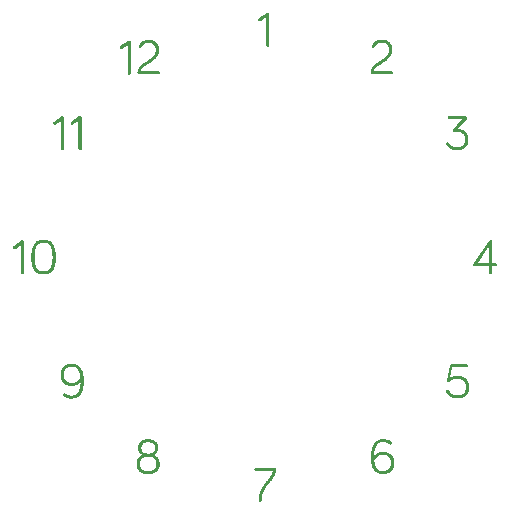
<source format=gbr>
%TF.GenerationSoftware,KiCad,Pcbnew,7.0.7*%
%TF.CreationDate,2024-03-29T21:44:02-04:00*%
%TF.ProjectId,midi-controller_control-faceplate_teensy,6d696469-2d63-46f6-9e74-726f6c6c6572,rev?*%
%TF.SameCoordinates,Original*%
%TF.FileFunction,Legend,Top*%
%TF.FilePolarity,Positive*%
%FSLAX46Y46*%
G04 Gerber Fmt 4.6, Leading zero omitted, Abs format (unit mm)*
G04 Created by KiCad (PCBNEW 7.0.7) date 2024-03-29 21:44:02*
%MOMM*%
%LPD*%
G01*
G04 APERTURE LIST*
%ADD10C,0.150000*%
G04 APERTURE END LIST*
D10*
G36*
X154052323Y-127737416D02*
G01*
X154001241Y-127738198D01*
X153952100Y-127740510D01*
X153904847Y-127744304D01*
X153859433Y-127749529D01*
X153815804Y-127756137D01*
X153773909Y-127764078D01*
X153733698Y-127773303D01*
X153695118Y-127783762D01*
X153658118Y-127795405D01*
X153622647Y-127808185D01*
X153588652Y-127822051D01*
X153556083Y-127836953D01*
X153524888Y-127852843D01*
X153495015Y-127869671D01*
X153466412Y-127887388D01*
X153439030Y-127905944D01*
X153606824Y-127033997D01*
X154791646Y-127033997D01*
X154823874Y-127029880D01*
X154853221Y-127018232D01*
X154878630Y-127000112D01*
X154899044Y-126976574D01*
X154913408Y-126948675D01*
X154920664Y-126917473D01*
X154921339Y-126904304D01*
X154917222Y-126871784D01*
X154905575Y-126842235D01*
X154887454Y-126816698D01*
X154863916Y-126796212D01*
X154836018Y-126781818D01*
X154804816Y-126774554D01*
X154791646Y-126773878D01*
X153514501Y-126773878D01*
X153483011Y-126777660D01*
X153455399Y-126788033D01*
X153427855Y-126807126D01*
X153406958Y-126831088D01*
X153393285Y-126857397D01*
X153388471Y-126874995D01*
X153145205Y-128119168D01*
X153138569Y-128149138D01*
X153136413Y-128173390D01*
X153140533Y-128205570D01*
X153152200Y-128234794D01*
X153170374Y-128260041D01*
X153194015Y-128280287D01*
X153222084Y-128294508D01*
X153253540Y-128301683D01*
X153266838Y-128302350D01*
X153296889Y-128299544D01*
X153325487Y-128290314D01*
X153351624Y-128274334D01*
X153375553Y-128252963D01*
X153380411Y-128248128D01*
X153415665Y-128215085D01*
X153450936Y-128184610D01*
X153486414Y-128156642D01*
X153522286Y-128131121D01*
X153558742Y-128107987D01*
X153595971Y-128087180D01*
X153634161Y-128068640D01*
X153673503Y-128052307D01*
X153714183Y-128038120D01*
X153756393Y-128026020D01*
X153800319Y-128015946D01*
X153846152Y-128007839D01*
X153894080Y-128001638D01*
X153944292Y-127997283D01*
X153996977Y-127994714D01*
X154052323Y-127993871D01*
X154090166Y-127994498D01*
X154127286Y-127996385D01*
X154163652Y-127999544D01*
X154199233Y-128003987D01*
X154233996Y-128009723D01*
X154267912Y-128016766D01*
X154300948Y-128025125D01*
X154333073Y-128034813D01*
X154364255Y-128045840D01*
X154394464Y-128058218D01*
X154423668Y-128071958D01*
X154451835Y-128087071D01*
X154478934Y-128103569D01*
X154504934Y-128121463D01*
X154529803Y-128140764D01*
X154553510Y-128161483D01*
X154576023Y-128183632D01*
X154597311Y-128207222D01*
X154617343Y-128232264D01*
X154636088Y-128258770D01*
X154653513Y-128286750D01*
X154669587Y-128316217D01*
X154684280Y-128347181D01*
X154697559Y-128379653D01*
X154709394Y-128413645D01*
X154719753Y-128449168D01*
X154728604Y-128486234D01*
X154735916Y-128524853D01*
X154741658Y-128565038D01*
X154745798Y-128606798D01*
X154748305Y-128650146D01*
X154749148Y-128695093D01*
X154748305Y-128741146D01*
X154745798Y-128785481D01*
X154741658Y-128828115D01*
X154735916Y-128869066D01*
X154728604Y-128908348D01*
X154719753Y-128945980D01*
X154709394Y-128981979D01*
X154697559Y-129016360D01*
X154684280Y-129049141D01*
X154669587Y-129080338D01*
X154653513Y-129109968D01*
X154636088Y-129138049D01*
X154617343Y-129164596D01*
X154597311Y-129189626D01*
X154576023Y-129213157D01*
X154553510Y-129235205D01*
X154529803Y-129255787D01*
X154504934Y-129274919D01*
X154478934Y-129292619D01*
X154451835Y-129308903D01*
X154423668Y-129323788D01*
X154394464Y-129337290D01*
X154364255Y-129349427D01*
X154333073Y-129360216D01*
X154300948Y-129369672D01*
X154267912Y-129377813D01*
X154233996Y-129384655D01*
X154199233Y-129390216D01*
X154163652Y-129394512D01*
X154127286Y-129397559D01*
X154090166Y-129399376D01*
X154052323Y-129399977D01*
X154020028Y-129399609D01*
X153988524Y-129398497D01*
X153957791Y-129396633D01*
X153927811Y-129394007D01*
X153898563Y-129390610D01*
X153842182Y-129381469D01*
X153788492Y-129369136D01*
X153737332Y-129353537D01*
X153688545Y-129334600D01*
X153641971Y-129312253D01*
X153597451Y-129286421D01*
X153554826Y-129257032D01*
X153513939Y-129224013D01*
X153474629Y-129187292D01*
X153436738Y-129146794D01*
X153400107Y-129102447D01*
X153382214Y-129078808D01*
X153364577Y-129054179D01*
X153347176Y-129028551D01*
X153329990Y-129001915D01*
X153313000Y-128974262D01*
X153294900Y-128947400D01*
X153272707Y-128924752D01*
X153246530Y-128909057D01*
X153216801Y-128901435D01*
X153195031Y-128900257D01*
X153162803Y-128904377D01*
X153133456Y-128916044D01*
X153108048Y-128934218D01*
X153087633Y-128957859D01*
X153073270Y-128985928D01*
X153066014Y-129017384D01*
X153065338Y-129030682D01*
X153069319Y-129060863D01*
X153079828Y-129088948D01*
X153082191Y-129093697D01*
X153098811Y-129126717D01*
X153116382Y-129158863D01*
X153134898Y-129190123D01*
X153154350Y-129220486D01*
X153174733Y-129249941D01*
X153196040Y-129278475D01*
X153218264Y-129306078D01*
X153241399Y-129332738D01*
X153265437Y-129358444D01*
X153290373Y-129383185D01*
X153316198Y-129406948D01*
X153342908Y-129429723D01*
X153370494Y-129451498D01*
X153398950Y-129472262D01*
X153428270Y-129492004D01*
X153458447Y-129510711D01*
X153489474Y-129528373D01*
X153521344Y-129544978D01*
X153554051Y-129560515D01*
X153587587Y-129574972D01*
X153621947Y-129588338D01*
X153657124Y-129600602D01*
X153693110Y-129611752D01*
X153729900Y-129621777D01*
X153767486Y-129630665D01*
X153805861Y-129638405D01*
X153845020Y-129644985D01*
X153884955Y-129650395D01*
X153925659Y-129654622D01*
X153967127Y-129657656D01*
X154009350Y-129659484D01*
X154052323Y-129660096D01*
X154105726Y-129659220D01*
X154158056Y-129656583D01*
X154209275Y-129652173D01*
X154259341Y-129645974D01*
X154308212Y-129637974D01*
X154355848Y-129628160D01*
X154402209Y-129616518D01*
X154447253Y-129603035D01*
X154490938Y-129587697D01*
X154533226Y-129570491D01*
X154574073Y-129551403D01*
X154613440Y-129530420D01*
X154651286Y-129507529D01*
X154687569Y-129482716D01*
X154722249Y-129455968D01*
X154755285Y-129427272D01*
X154786635Y-129396613D01*
X154816260Y-129363979D01*
X154844117Y-129329356D01*
X154870167Y-129292730D01*
X154894368Y-129254089D01*
X154916679Y-129213419D01*
X154937060Y-129170706D01*
X154955468Y-129125937D01*
X154971865Y-129079099D01*
X154986208Y-129030178D01*
X154998456Y-128979161D01*
X155008570Y-128926034D01*
X155016507Y-128870784D01*
X155022227Y-128813398D01*
X155025689Y-128753861D01*
X155026852Y-128692162D01*
X155025689Y-128631660D01*
X155022227Y-128573248D01*
X155016507Y-128516912D01*
X155008570Y-128462643D01*
X154998456Y-128410430D01*
X154986208Y-128360260D01*
X154971865Y-128312125D01*
X154955468Y-128266011D01*
X154937060Y-128221910D01*
X154916679Y-128179808D01*
X154894368Y-128139696D01*
X154870167Y-128101562D01*
X154844117Y-128065396D01*
X154816260Y-128031187D01*
X154786635Y-127998922D01*
X154755285Y-127968592D01*
X154722249Y-127940186D01*
X154687569Y-127913692D01*
X154651286Y-127889099D01*
X154613440Y-127866397D01*
X154574073Y-127845574D01*
X154533226Y-127826619D01*
X154490938Y-127809522D01*
X154447253Y-127794272D01*
X154402209Y-127780856D01*
X154355848Y-127769265D01*
X154308212Y-127759488D01*
X154259341Y-127751513D01*
X154209275Y-127745329D01*
X154158056Y-127740926D01*
X154105726Y-127738292D01*
X154052323Y-127737416D01*
G37*
G36*
X154018618Y-106848100D02*
G01*
X154804103Y-105966628D01*
X154821461Y-105941898D01*
X154832964Y-105914421D01*
X154837703Y-105884196D01*
X154837808Y-105878700D01*
X154833931Y-105846468D01*
X154822893Y-105817651D01*
X154805583Y-105793087D01*
X154782889Y-105773614D01*
X154755701Y-105760071D01*
X154724907Y-105753298D01*
X154711779Y-105752671D01*
X153342309Y-105752671D01*
X153310077Y-105756503D01*
X153281260Y-105767438D01*
X153256696Y-105784640D01*
X153237223Y-105807268D01*
X153223680Y-105834485D01*
X153216906Y-105865452D01*
X153216280Y-105878700D01*
X153220112Y-105910640D01*
X153231047Y-105939255D01*
X153248249Y-105963691D01*
X153270877Y-105983093D01*
X153298094Y-105996604D01*
X153329060Y-106003371D01*
X153342309Y-106003997D01*
X154426015Y-106003997D01*
X153652986Y-106886202D01*
X153635753Y-106910108D01*
X153623548Y-106939302D01*
X153619317Y-106970660D01*
X153619281Y-106974130D01*
X153623158Y-107006362D01*
X153634196Y-107035179D01*
X153651506Y-107059743D01*
X153674200Y-107079216D01*
X153701388Y-107092759D01*
X153732182Y-107099532D01*
X153745310Y-107100159D01*
X154039867Y-107100159D01*
X154083782Y-107100961D01*
X154125835Y-107103347D01*
X154166055Y-107107286D01*
X154204475Y-107112748D01*
X154241124Y-107119703D01*
X154276033Y-107128120D01*
X154309233Y-107137968D01*
X154340755Y-107149217D01*
X154370629Y-107161837D01*
X154398887Y-107175798D01*
X154425558Y-107191068D01*
X154450674Y-107207617D01*
X154474266Y-107225415D01*
X154516997Y-107264635D01*
X154553999Y-107308486D01*
X154585516Y-107356723D01*
X154611795Y-107409102D01*
X154623047Y-107436769D01*
X154633082Y-107465380D01*
X154641929Y-107494905D01*
X154649621Y-107525313D01*
X154656188Y-107556575D01*
X154661660Y-107588658D01*
X154666068Y-107621534D01*
X154669443Y-107655171D01*
X154671816Y-107689539D01*
X154673217Y-107724608D01*
X154673677Y-107760347D01*
X154673013Y-107796740D01*
X154671020Y-107832135D01*
X154667696Y-107866522D01*
X154663037Y-107899891D01*
X154657041Y-107932230D01*
X154649706Y-107963531D01*
X154641029Y-107993782D01*
X154631007Y-108022973D01*
X154619638Y-108051094D01*
X154606920Y-108078135D01*
X154592850Y-108104085D01*
X154560643Y-108152672D01*
X154522996Y-108196771D01*
X154479890Y-108236300D01*
X154456284Y-108254326D01*
X154431305Y-108271178D01*
X154404950Y-108286846D01*
X154377218Y-108301320D01*
X154348106Y-108314589D01*
X154317612Y-108326644D01*
X154285732Y-108337474D01*
X154252464Y-108347069D01*
X154217806Y-108355417D01*
X154181755Y-108362510D01*
X154144308Y-108368336D01*
X154105463Y-108372885D01*
X154065218Y-108376148D01*
X154023570Y-108378113D01*
X153980516Y-108378770D01*
X153949010Y-108378362D01*
X153918235Y-108377146D01*
X153888183Y-108375133D01*
X153858846Y-108372335D01*
X153802286Y-108364430D01*
X153748493Y-108353525D01*
X153697405Y-108339714D01*
X153648959Y-108323090D01*
X153603094Y-108303746D01*
X153559747Y-108281775D01*
X153518855Y-108257272D01*
X153480357Y-108230328D01*
X153444190Y-108201039D01*
X153410293Y-108169496D01*
X153378602Y-108135794D01*
X153349056Y-108100026D01*
X153321592Y-108062285D01*
X153296147Y-108022664D01*
X153276415Y-107997667D01*
X153251864Y-107977348D01*
X153222690Y-107963871D01*
X153193378Y-107958552D01*
X153182575Y-107958184D01*
X153150587Y-107962061D01*
X153121850Y-107973099D01*
X153097252Y-107990409D01*
X153077681Y-108013103D01*
X153064028Y-108040291D01*
X153057180Y-108071085D01*
X153056545Y-108084213D01*
X153059984Y-108114211D01*
X153070199Y-108141992D01*
X153077794Y-108156021D01*
X153093485Y-108181362D01*
X153109925Y-108206264D01*
X153127119Y-108230701D01*
X153145074Y-108254650D01*
X153163795Y-108278087D01*
X153183288Y-108300988D01*
X153203559Y-108323330D01*
X153224615Y-108345088D01*
X153246460Y-108366238D01*
X153269102Y-108386757D01*
X153292545Y-108406621D01*
X153316796Y-108425805D01*
X153341860Y-108444287D01*
X153367744Y-108462041D01*
X153394453Y-108479045D01*
X153421994Y-108495274D01*
X153450371Y-108510705D01*
X153479592Y-108525313D01*
X153509662Y-108539075D01*
X153540587Y-108551966D01*
X153572372Y-108563964D01*
X153605025Y-108575043D01*
X153638550Y-108585181D01*
X153672953Y-108594353D01*
X153708241Y-108602535D01*
X153744419Y-108609704D01*
X153781494Y-108615835D01*
X153819470Y-108620906D01*
X153858355Y-108624891D01*
X153898153Y-108627767D01*
X153938872Y-108629510D01*
X153980516Y-108630096D01*
X154039514Y-108629178D01*
X154096705Y-108626431D01*
X154152084Y-108621871D01*
X154205647Y-108615510D01*
X154257389Y-108607364D01*
X154307307Y-108597445D01*
X154355396Y-108585769D01*
X154401652Y-108572348D01*
X154446070Y-108557197D01*
X154488646Y-108540330D01*
X154529376Y-108521760D01*
X154568256Y-108501502D01*
X154605281Y-108479570D01*
X154640447Y-108455977D01*
X154673749Y-108430738D01*
X154705184Y-108403866D01*
X154734748Y-108375376D01*
X154762435Y-108345281D01*
X154788241Y-108313595D01*
X154812163Y-108280333D01*
X154834195Y-108245508D01*
X154854335Y-108209134D01*
X154872576Y-108171225D01*
X154888916Y-108131795D01*
X154903350Y-108090858D01*
X154915873Y-108048428D01*
X154926481Y-108004520D01*
X154935170Y-107959146D01*
X154941935Y-107912321D01*
X154946773Y-107864058D01*
X154949679Y-107814373D01*
X154950648Y-107763278D01*
X154950039Y-107718814D01*
X154948177Y-107674634D01*
X154945012Y-107630812D01*
X154940495Y-107587422D01*
X154934574Y-107544538D01*
X154927199Y-107502235D01*
X154918320Y-107460585D01*
X154907887Y-107419663D01*
X154895849Y-107379543D01*
X154882156Y-107340298D01*
X154866758Y-107302004D01*
X154849605Y-107264732D01*
X154830646Y-107228559D01*
X154809830Y-107193556D01*
X154787108Y-107159799D01*
X154762429Y-107127361D01*
X154735743Y-107096317D01*
X154706999Y-107066739D01*
X154676148Y-107038703D01*
X154643139Y-107012282D01*
X154607921Y-106987549D01*
X154570444Y-106964579D01*
X154530659Y-106943446D01*
X154488514Y-106924224D01*
X154443960Y-106906986D01*
X154396946Y-106891807D01*
X154347421Y-106878760D01*
X154295336Y-106867920D01*
X154240640Y-106859360D01*
X154183283Y-106853154D01*
X154123214Y-106849376D01*
X154060383Y-106848100D01*
X154018618Y-106848100D01*
G37*
G36*
X146781367Y-99822350D02*
G01*
X146773893Y-99851618D01*
X146772575Y-99868512D01*
X146776695Y-99900740D01*
X146788361Y-99930086D01*
X146806535Y-99955495D01*
X146830177Y-99975910D01*
X146858245Y-99990273D01*
X146889702Y-99997529D01*
X146903000Y-99998205D01*
X146932225Y-99995143D01*
X146962886Y-99983988D01*
X146989497Y-99964932D01*
X147008804Y-99942517D01*
X147024633Y-99914674D01*
X147043439Y-99875915D01*
X147063725Y-99838094D01*
X147085704Y-99801425D01*
X147109584Y-99766125D01*
X147135576Y-99732409D01*
X147163892Y-99700493D01*
X147194740Y-99670592D01*
X147228332Y-99642923D01*
X147264877Y-99617702D01*
X147304587Y-99595143D01*
X147347671Y-99575463D01*
X147394340Y-99558877D01*
X147444805Y-99545601D01*
X147499275Y-99535852D01*
X147557961Y-99529844D01*
X147588951Y-99528310D01*
X147621074Y-99527793D01*
X147657981Y-99528509D01*
X147693820Y-99530638D01*
X147728585Y-99534148D01*
X147762269Y-99539009D01*
X147794865Y-99545191D01*
X147826367Y-99552663D01*
X147856767Y-99561395D01*
X147886059Y-99571356D01*
X147914235Y-99582517D01*
X147941290Y-99594845D01*
X147992005Y-99622886D01*
X148038150Y-99655236D01*
X148079671Y-99691650D01*
X148116511Y-99731885D01*
X148148617Y-99775697D01*
X148175934Y-99822844D01*
X148198407Y-99873080D01*
X148215981Y-99926163D01*
X148228602Y-99981849D01*
X148236215Y-100039894D01*
X148238126Y-100069725D01*
X148238764Y-100100054D01*
X148234281Y-100183986D01*
X148221212Y-100263423D01*
X148200130Y-100338668D01*
X148171608Y-100410023D01*
X148136217Y-100477789D01*
X148094531Y-100542268D01*
X148047121Y-100603762D01*
X147994560Y-100662572D01*
X147937420Y-100719001D01*
X147876273Y-100773350D01*
X147811692Y-100825920D01*
X147744250Y-100877014D01*
X147674518Y-100926933D01*
X147603069Y-100975980D01*
X147530475Y-101024454D01*
X147457309Y-101072660D01*
X147384143Y-101120897D01*
X147311550Y-101169469D01*
X147240101Y-101218676D01*
X147170369Y-101268821D01*
X147102926Y-101320204D01*
X147038346Y-101373129D01*
X146977199Y-101427896D01*
X146920059Y-101484808D01*
X146867498Y-101544166D01*
X146820088Y-101606272D01*
X146778401Y-101671427D01*
X146743011Y-101739934D01*
X146714488Y-101812093D01*
X146693407Y-101888208D01*
X146680338Y-101968579D01*
X146675854Y-102053509D01*
X146680020Y-102085736D01*
X146691789Y-102115083D01*
X146710072Y-102140492D01*
X146733779Y-102160906D01*
X146761819Y-102175270D01*
X146793103Y-102182526D01*
X146806280Y-102183202D01*
X148427808Y-102183202D01*
X148460036Y-102179084D01*
X148489383Y-102167437D01*
X148514792Y-102149316D01*
X148535206Y-102125778D01*
X148549570Y-102097880D01*
X148556826Y-102066678D01*
X148557501Y-102053509D01*
X148553384Y-102020988D01*
X148541737Y-101991439D01*
X148523616Y-101965902D01*
X148500078Y-101945417D01*
X148472180Y-101931022D01*
X148440978Y-101923759D01*
X148427808Y-101923083D01*
X146961618Y-101923083D01*
X146966089Y-101876002D01*
X146979121Y-101829990D01*
X147000144Y-101784878D01*
X147028586Y-101740495D01*
X147063877Y-101696669D01*
X147105446Y-101653229D01*
X147152723Y-101610006D01*
X147205136Y-101566828D01*
X147262116Y-101523524D01*
X147323090Y-101479924D01*
X147387489Y-101435857D01*
X147454742Y-101391152D01*
X147524278Y-101345638D01*
X147595526Y-101299145D01*
X147667915Y-101251501D01*
X147740875Y-101202536D01*
X147813835Y-101152079D01*
X147886225Y-101099959D01*
X147957473Y-101046006D01*
X148027009Y-100990049D01*
X148094261Y-100931916D01*
X148158660Y-100871438D01*
X148219635Y-100808443D01*
X148276614Y-100742760D01*
X148329028Y-100674219D01*
X148376304Y-100602649D01*
X148417874Y-100527879D01*
X148453165Y-100449739D01*
X148481607Y-100368057D01*
X148502629Y-100282663D01*
X148515661Y-100193385D01*
X148520132Y-100100054D01*
X148519150Y-100054110D01*
X148516218Y-100009170D01*
X148511355Y-99965264D01*
X148504582Y-99922422D01*
X148495918Y-99880674D01*
X148485385Y-99840049D01*
X148473002Y-99800578D01*
X148458789Y-99762289D01*
X148442766Y-99725214D01*
X148424954Y-99689381D01*
X148405373Y-99654821D01*
X148384042Y-99621562D01*
X148360982Y-99589636D01*
X148336213Y-99559072D01*
X148309756Y-99529899D01*
X148281629Y-99502148D01*
X148251854Y-99475847D01*
X148220450Y-99451028D01*
X148187438Y-99427720D01*
X148152838Y-99405951D01*
X148116669Y-99385754D01*
X148078953Y-99367156D01*
X148039708Y-99350188D01*
X147998956Y-99334880D01*
X147956716Y-99321261D01*
X147913009Y-99309361D01*
X147867854Y-99299210D01*
X147821272Y-99290839D01*
X147773283Y-99284275D01*
X147723907Y-99279550D01*
X147673164Y-99276694D01*
X147621074Y-99275735D01*
X147580950Y-99276336D01*
X147541641Y-99278131D01*
X147503155Y-99281107D01*
X147465501Y-99285252D01*
X147428686Y-99290552D01*
X147392718Y-99296996D01*
X147357606Y-99304571D01*
X147323357Y-99313264D01*
X147289980Y-99323063D01*
X147257483Y-99333954D01*
X147225873Y-99345926D01*
X147195159Y-99358965D01*
X147165348Y-99373060D01*
X147136449Y-99388197D01*
X147108471Y-99404364D01*
X147081420Y-99421548D01*
X147055305Y-99439736D01*
X147030134Y-99458917D01*
X147005915Y-99479077D01*
X146982656Y-99500204D01*
X146960365Y-99522286D01*
X146939051Y-99545308D01*
X146918720Y-99569260D01*
X146899382Y-99594128D01*
X146881045Y-99619900D01*
X146863716Y-99646563D01*
X146847403Y-99674104D01*
X146832114Y-99702512D01*
X146817859Y-99731773D01*
X146804644Y-99761874D01*
X146792477Y-99792803D01*
X146781367Y-99824548D01*
X146781367Y-99822350D01*
G37*
G36*
X120459958Y-106131708D02*
G01*
X120459958Y-108510878D01*
X120464381Y-108545442D01*
X120476877Y-108576934D01*
X120496289Y-108604213D01*
X120521460Y-108626139D01*
X120551233Y-108641572D01*
X120584451Y-108649370D01*
X120598444Y-108650096D01*
X120633008Y-108645671D01*
X120664500Y-108633155D01*
X120691780Y-108613690D01*
X120713706Y-108588415D01*
X120729138Y-108558472D01*
X120736936Y-108524999D01*
X120737662Y-108510878D01*
X120737662Y-105882580D01*
X120733237Y-105847968D01*
X120720722Y-105816354D01*
X120701256Y-105788913D01*
X120675982Y-105766818D01*
X120646038Y-105751244D01*
X120612565Y-105743364D01*
X120598444Y-105742629D01*
X120566862Y-105746532D01*
X120538795Y-105757617D01*
X120514913Y-105772671D01*
X119855457Y-106232825D01*
X119833008Y-106252045D01*
X119815792Y-106275875D01*
X119802760Y-106306567D01*
X119797079Y-106338513D01*
X119796839Y-106346398D01*
X119801245Y-106379206D01*
X119813623Y-106409486D01*
X119832717Y-106435996D01*
X119857268Y-106457495D01*
X119886018Y-106472741D01*
X119917710Y-106480494D01*
X119930928Y-106481220D01*
X119962510Y-106477781D01*
X119991928Y-106467309D01*
X120010796Y-106456307D01*
X120459958Y-106131708D01*
G37*
G36*
X121934208Y-106131708D02*
G01*
X121934208Y-108510878D01*
X121938631Y-108545442D01*
X121951127Y-108576934D01*
X121970539Y-108604213D01*
X121995710Y-108626139D01*
X122025483Y-108641572D01*
X122058701Y-108649370D01*
X122072694Y-108650096D01*
X122107258Y-108645671D01*
X122138750Y-108633155D01*
X122166029Y-108613690D01*
X122187955Y-108588415D01*
X122203388Y-108558472D01*
X122211186Y-108524999D01*
X122211912Y-108510878D01*
X122211912Y-105882580D01*
X122207487Y-105847968D01*
X122194971Y-105816354D01*
X122175506Y-105788913D01*
X122150231Y-105766818D01*
X122120288Y-105751244D01*
X122086815Y-105743364D01*
X122072694Y-105742629D01*
X122041112Y-105746532D01*
X122013045Y-105757617D01*
X121989163Y-105772671D01*
X121329707Y-106232825D01*
X121307258Y-106252045D01*
X121290042Y-106275875D01*
X121277010Y-106306567D01*
X121271328Y-106338513D01*
X121271089Y-106346398D01*
X121275494Y-106379206D01*
X121287873Y-106409486D01*
X121306967Y-106435996D01*
X121331517Y-106457495D01*
X121360268Y-106472741D01*
X121391959Y-106480494D01*
X121405178Y-106481220D01*
X121436760Y-106477781D01*
X121466178Y-106467309D01*
X121485046Y-106456307D01*
X121934208Y-106131708D01*
G37*
G36*
X147786022Y-133096089D02*
G01*
X147816356Y-133097136D01*
X147846153Y-133098849D01*
X147904101Y-133104180D01*
X147959785Y-133111882D01*
X148013122Y-133121757D01*
X148064031Y-133133606D01*
X148112430Y-133147231D01*
X148158239Y-133162434D01*
X148201375Y-133179015D01*
X148241757Y-133196776D01*
X148279303Y-133215519D01*
X148313932Y-133235045D01*
X148345561Y-133255155D01*
X148374111Y-133275651D01*
X148399498Y-133296335D01*
X148431472Y-133327277D01*
X148441923Y-133338497D01*
X148459722Y-133365144D01*
X148470164Y-133393095D01*
X148473970Y-133424730D01*
X148473286Y-133438165D01*
X148465949Y-133469958D01*
X148451443Y-133498339D01*
X148430860Y-133522252D01*
X148405289Y-133540642D01*
X148375820Y-133552450D01*
X148343545Y-133556621D01*
X148340809Y-133556597D01*
X148311731Y-133552718D01*
X148282263Y-133540593D01*
X148255617Y-133522915D01*
X148230001Y-133504044D01*
X148203699Y-133485938D01*
X148176698Y-133468662D01*
X148148982Y-133452276D01*
X148120536Y-133436843D01*
X148091346Y-133422426D01*
X148061395Y-133409086D01*
X148030669Y-133396886D01*
X147999154Y-133385888D01*
X147966833Y-133376155D01*
X147933693Y-133367748D01*
X147899717Y-133360731D01*
X147864891Y-133355164D01*
X147829201Y-133351111D01*
X147792630Y-133348633D01*
X147755163Y-133347793D01*
X147700846Y-133349319D01*
X147648875Y-133353849D01*
X147599209Y-133361315D01*
X147551808Y-133371648D01*
X147506631Y-133384779D01*
X147463638Y-133400638D01*
X147422786Y-133419157D01*
X147384036Y-133440266D01*
X147347347Y-133463896D01*
X147312678Y-133489979D01*
X147279989Y-133518444D01*
X147249237Y-133549223D01*
X147220384Y-133582248D01*
X147193387Y-133617448D01*
X147168206Y-133654755D01*
X147144801Y-133694099D01*
X147123130Y-133735412D01*
X147103152Y-133778624D01*
X147084828Y-133823667D01*
X147068116Y-133870471D01*
X147052975Y-133918966D01*
X147039365Y-133969085D01*
X147027245Y-134020758D01*
X147016573Y-134073916D01*
X147007310Y-134128489D01*
X146999414Y-134184409D01*
X146992845Y-134241607D01*
X146987562Y-134300013D01*
X146983523Y-134359558D01*
X146980689Y-134420174D01*
X146979019Y-134481790D01*
X146978471Y-134544339D01*
X146989547Y-134528515D01*
X147014247Y-134496434D01*
X147042302Y-134464066D01*
X147073657Y-134431757D01*
X147108259Y-134399855D01*
X147146054Y-134368706D01*
X147186989Y-134338656D01*
X147231010Y-134310053D01*
X147278062Y-134283243D01*
X147328094Y-134258572D01*
X147381050Y-134236388D01*
X147408608Y-134226336D01*
X147436877Y-134217037D01*
X147465850Y-134208532D01*
X147495521Y-134200865D01*
X147525884Y-134194080D01*
X147556930Y-134188220D01*
X147588654Y-134183328D01*
X147621049Y-134179448D01*
X147654107Y-134176623D01*
X147687824Y-134174896D01*
X147722191Y-134174311D01*
X147773340Y-134175175D01*
X147823580Y-134177775D01*
X147872863Y-134182118D01*
X147921142Y-134188213D01*
X147968372Y-134196070D01*
X148014504Y-134205696D01*
X148059492Y-134217102D01*
X148103290Y-134230296D01*
X148145850Y-134245287D01*
X148187125Y-134262083D01*
X148227070Y-134280694D01*
X148265636Y-134301127D01*
X148302778Y-134323394D01*
X148338448Y-134347501D01*
X148372599Y-134373458D01*
X148405185Y-134401274D01*
X148436159Y-134430957D01*
X148465474Y-134462517D01*
X148493083Y-134495962D01*
X148518940Y-134531302D01*
X148542997Y-134568544D01*
X148565208Y-134607698D01*
X148585526Y-134648773D01*
X148603904Y-134691778D01*
X148620295Y-134736721D01*
X148634652Y-134783611D01*
X148646929Y-134832457D01*
X148657079Y-134883269D01*
X148665055Y-134936054D01*
X148670810Y-134990822D01*
X148674298Y-135047582D01*
X148675471Y-135106342D01*
X148674297Y-135168488D01*
X148670804Y-135228272D01*
X148665034Y-135285720D01*
X148657029Y-135340858D01*
X148646832Y-135393710D01*
X148634483Y-135444303D01*
X148620026Y-135492662D01*
X148603503Y-135538812D01*
X148584955Y-135582779D01*
X148564425Y-135624588D01*
X148541955Y-135664265D01*
X148517588Y-135701835D01*
X148491364Y-135737325D01*
X148463327Y-135770758D01*
X148433518Y-135802161D01*
X148401980Y-135831560D01*
X148368754Y-135858979D01*
X148333883Y-135884445D01*
X148297410Y-135907982D01*
X148259375Y-135929617D01*
X148219822Y-135949374D01*
X148178792Y-135967280D01*
X148136327Y-135983359D01*
X148092470Y-135997637D01*
X148047263Y-136010141D01*
X148000748Y-136020894D01*
X147952967Y-136029923D01*
X147903962Y-136037253D01*
X147853775Y-136042910D01*
X147802448Y-136046919D01*
X147750025Y-136049306D01*
X147696545Y-136050096D01*
X147631996Y-136048398D01*
X147569813Y-136043345D01*
X147509975Y-136035001D01*
X147452462Y-136023429D01*
X147397253Y-136008691D01*
X147344327Y-135990851D01*
X147293664Y-135969972D01*
X147245242Y-135946117D01*
X147199040Y-135919349D01*
X147155039Y-135889731D01*
X147113217Y-135857326D01*
X147073553Y-135822198D01*
X147036026Y-135784408D01*
X147000617Y-135744021D01*
X146967303Y-135701099D01*
X146936065Y-135655705D01*
X146906880Y-135607903D01*
X146879730Y-135557755D01*
X146854592Y-135505325D01*
X146831446Y-135450676D01*
X146810271Y-135393870D01*
X146791047Y-135334971D01*
X146773752Y-135274041D01*
X146758366Y-135211145D01*
X146744869Y-135146344D01*
X146733238Y-135079703D01*
X146723453Y-135011283D01*
X146715495Y-134941149D01*
X146710561Y-134883592D01*
X146999720Y-134883592D01*
X147000420Y-134932763D01*
X147002515Y-134981052D01*
X147006002Y-135028414D01*
X147010879Y-135074806D01*
X147017140Y-135120182D01*
X147024783Y-135164499D01*
X147033804Y-135207710D01*
X147044199Y-135249773D01*
X147055965Y-135290643D01*
X147069098Y-135330274D01*
X147083594Y-135368623D01*
X147099450Y-135405644D01*
X147116662Y-135441294D01*
X147135227Y-135475527D01*
X147155141Y-135508300D01*
X147176400Y-135539568D01*
X147199000Y-135569285D01*
X147222939Y-135597408D01*
X147248212Y-135623892D01*
X147274816Y-135648693D01*
X147302747Y-135671765D01*
X147332001Y-135693065D01*
X147362576Y-135712548D01*
X147394466Y-135730169D01*
X147427670Y-135745883D01*
X147462182Y-135759647D01*
X147498000Y-135771416D01*
X147535120Y-135781145D01*
X147573538Y-135788789D01*
X147613251Y-135794304D01*
X147654254Y-135797646D01*
X147696545Y-135798770D01*
X147734403Y-135798248D01*
X147771565Y-135796661D01*
X147808001Y-135793980D01*
X147843675Y-135790175D01*
X147878555Y-135785216D01*
X147912607Y-135779074D01*
X147945799Y-135771718D01*
X147978096Y-135763118D01*
X148009466Y-135753246D01*
X148039876Y-135742071D01*
X148069291Y-135729564D01*
X148097680Y-135715694D01*
X148125008Y-135700432D01*
X148151242Y-135683749D01*
X148176349Y-135665613D01*
X148200296Y-135645996D01*
X148223049Y-135624868D01*
X148244576Y-135602199D01*
X148264843Y-135577959D01*
X148283816Y-135552118D01*
X148301462Y-135524647D01*
X148317749Y-135495516D01*
X148332642Y-135464695D01*
X148346109Y-135432154D01*
X148358116Y-135397864D01*
X148368630Y-135361794D01*
X148377618Y-135323915D01*
X148385047Y-135284197D01*
X148390882Y-135242611D01*
X148395092Y-135199126D01*
X148397642Y-135153713D01*
X148398499Y-135106342D01*
X148397632Y-135061907D01*
X148395058Y-135019131D01*
X148390816Y-134977997D01*
X148384947Y-134938488D01*
X148377490Y-134900589D01*
X148368486Y-134864283D01*
X148357974Y-134829554D01*
X148345995Y-134796386D01*
X148332588Y-134764763D01*
X148317793Y-134734667D01*
X148301652Y-134706084D01*
X148284202Y-134678996D01*
X148265485Y-134653389D01*
X148245540Y-134629244D01*
X148224408Y-134606547D01*
X148202128Y-134585280D01*
X148178740Y-134565428D01*
X148154285Y-134546975D01*
X148128802Y-134529904D01*
X148102331Y-134514198D01*
X148074912Y-134499843D01*
X148046586Y-134486821D01*
X148017392Y-134475116D01*
X147987370Y-134464712D01*
X147956560Y-134455593D01*
X147925002Y-134447742D01*
X147892737Y-134441144D01*
X147859803Y-134435782D01*
X147826242Y-134431640D01*
X147792093Y-134428701D01*
X147757396Y-134426950D01*
X147722191Y-134426370D01*
X147689451Y-134426956D01*
X147657445Y-134428695D01*
X147626167Y-134431561D01*
X147595608Y-134435527D01*
X147565759Y-134440566D01*
X147536614Y-134446651D01*
X147480402Y-134461850D01*
X147426907Y-134480908D01*
X147376067Y-134503611D01*
X147327817Y-134529742D01*
X147282096Y-134559085D01*
X147238838Y-134591425D01*
X147197982Y-134626546D01*
X147159464Y-134664233D01*
X147123219Y-134704268D01*
X147089186Y-134746438D01*
X147057301Y-134790526D01*
X147027500Y-134836316D01*
X146999720Y-134883592D01*
X146710561Y-134883592D01*
X146709341Y-134869362D01*
X146704971Y-134795987D01*
X146702364Y-134721086D01*
X146701500Y-134644723D01*
X146702640Y-134543837D01*
X146706048Y-134446685D01*
X146711700Y-134353233D01*
X146719576Y-134263446D01*
X146729654Y-134177289D01*
X146741912Y-134094728D01*
X146756329Y-134015726D01*
X146772884Y-133940250D01*
X146791553Y-133868264D01*
X146812317Y-133799734D01*
X146835153Y-133734625D01*
X146860040Y-133672901D01*
X146886956Y-133614529D01*
X146915879Y-133559472D01*
X146946788Y-133507697D01*
X146979662Y-133459168D01*
X147014478Y-133413850D01*
X147051216Y-133371709D01*
X147089853Y-133332710D01*
X147130368Y-133296817D01*
X147172739Y-133263996D01*
X147216945Y-133234212D01*
X147262964Y-133207431D01*
X147310775Y-133183616D01*
X147360356Y-133162734D01*
X147411685Y-133144749D01*
X147464740Y-133129627D01*
X147519501Y-133117333D01*
X147575945Y-133107831D01*
X147634052Y-133101088D01*
X147693798Y-133097067D01*
X147755163Y-133095735D01*
X147786022Y-133096089D01*
G37*
G36*
X127892894Y-133106402D02*
G01*
X127939123Y-133108408D01*
X127984347Y-133111762D01*
X128028531Y-133116472D01*
X128071640Y-133122547D01*
X128113640Y-133129996D01*
X128154497Y-133138826D01*
X128194176Y-133149046D01*
X128232642Y-133160664D01*
X128269860Y-133173690D01*
X128305796Y-133188131D01*
X128340415Y-133203996D01*
X128373683Y-133221293D01*
X128405565Y-133240032D01*
X128436027Y-133260219D01*
X128465033Y-133281864D01*
X128492550Y-133304976D01*
X128518542Y-133329562D01*
X128542976Y-133355631D01*
X128565815Y-133383191D01*
X128587026Y-133412252D01*
X128606575Y-133442821D01*
X128624426Y-133474907D01*
X128640545Y-133508518D01*
X128654897Y-133543663D01*
X128667448Y-133580350D01*
X128678163Y-133618588D01*
X128687007Y-133658385D01*
X128693947Y-133699750D01*
X128698946Y-133742691D01*
X128701971Y-133787216D01*
X128702987Y-133833334D01*
X128702462Y-133863796D01*
X128700908Y-133893366D01*
X128694841Y-133949891D01*
X128685039Y-134003026D01*
X128671755Y-134052889D01*
X128655242Y-134099597D01*
X128635754Y-134143265D01*
X128613543Y-134184012D01*
X128588865Y-134221955D01*
X128561970Y-134257210D01*
X128533114Y-134289894D01*
X128502549Y-134320125D01*
X128470529Y-134348019D01*
X128437306Y-134373693D01*
X128403135Y-134397265D01*
X128368268Y-134418851D01*
X128332959Y-134438568D01*
X128361781Y-134450076D01*
X128389849Y-134462476D01*
X128417153Y-134475755D01*
X128443683Y-134489903D01*
X128469427Y-134504910D01*
X128494376Y-134520763D01*
X128518519Y-134537453D01*
X128564342Y-134573299D01*
X128606813Y-134612360D01*
X128645847Y-134654549D01*
X128681358Y-134699779D01*
X128713262Y-134747964D01*
X128741475Y-134799016D01*
X128754171Y-134825590D01*
X128765912Y-134852849D01*
X128776687Y-134880780D01*
X128786486Y-134909375D01*
X128795299Y-134938621D01*
X128803115Y-134968507D01*
X128809923Y-134999024D01*
X128815713Y-135030160D01*
X128820474Y-135061904D01*
X128824195Y-135094245D01*
X128826867Y-135127173D01*
X128828477Y-135160676D01*
X128829016Y-135194744D01*
X128827853Y-135248220D01*
X128824389Y-135299975D01*
X128818664Y-135350012D01*
X128810717Y-135398332D01*
X128800587Y-135444936D01*
X128788314Y-135489826D01*
X128773937Y-135533003D01*
X128757495Y-135574469D01*
X128739028Y-135614225D01*
X128718575Y-135652272D01*
X128696175Y-135688613D01*
X128671868Y-135723249D01*
X128645692Y-135756180D01*
X128617688Y-135787409D01*
X128587894Y-135816937D01*
X128556350Y-135844766D01*
X128523095Y-135870896D01*
X128488168Y-135895330D01*
X128451609Y-135918069D01*
X128413458Y-135939114D01*
X128373752Y-135958468D01*
X128332533Y-135976130D01*
X128289838Y-135992104D01*
X128245707Y-136006389D01*
X128200180Y-136018989D01*
X128153296Y-136029904D01*
X128105095Y-136039135D01*
X128055614Y-136046685D01*
X128004895Y-136052555D01*
X127952976Y-136056745D01*
X127899896Y-136059259D01*
X127845695Y-136060096D01*
X127791560Y-136059259D01*
X127738543Y-136056745D01*
X127686682Y-136052555D01*
X127636017Y-136046685D01*
X127586587Y-136039135D01*
X127538433Y-136029904D01*
X127491592Y-136018989D01*
X127446106Y-136006389D01*
X127402012Y-135992104D01*
X127359351Y-135976130D01*
X127318163Y-135958468D01*
X127278486Y-135939114D01*
X127240359Y-135918069D01*
X127203823Y-135895330D01*
X127168917Y-135870896D01*
X127135681Y-135844766D01*
X127104153Y-135816937D01*
X127074373Y-135787409D01*
X127046381Y-135756180D01*
X127020216Y-135723249D01*
X126995917Y-135688613D01*
X126973525Y-135652272D01*
X126953078Y-135614225D01*
X126934615Y-135574469D01*
X126918177Y-135533003D01*
X126903803Y-135489826D01*
X126891532Y-135444936D01*
X126881404Y-135398332D01*
X126873458Y-135350012D01*
X126867733Y-135299975D01*
X126864269Y-135248220D01*
X126863106Y-135194744D01*
X127140077Y-135194744D01*
X127140922Y-135234025D01*
X127143437Y-135271916D01*
X127147592Y-135308426D01*
X127153356Y-135343565D01*
X127160700Y-135377342D01*
X127169593Y-135409766D01*
X127180005Y-135440846D01*
X127191906Y-135470593D01*
X127205266Y-135499015D01*
X127220054Y-135526123D01*
X127236240Y-135551924D01*
X127253795Y-135576429D01*
X127272687Y-135599648D01*
X127292887Y-135621589D01*
X127314365Y-135642261D01*
X127337089Y-135661675D01*
X127361032Y-135679839D01*
X127386161Y-135696764D01*
X127412447Y-135712458D01*
X127439859Y-135726931D01*
X127468368Y-135740192D01*
X127497943Y-135752250D01*
X127528554Y-135763116D01*
X127560171Y-135772798D01*
X127592764Y-135781306D01*
X127626302Y-135788648D01*
X127660755Y-135794836D01*
X127696094Y-135799877D01*
X127732287Y-135803782D01*
X127769305Y-135806560D01*
X127807118Y-135808219D01*
X127845695Y-135808770D01*
X127884336Y-135808219D01*
X127922205Y-135806560D01*
X127959272Y-135803782D01*
X127995506Y-135799877D01*
X128030879Y-135794836D01*
X128065360Y-135788648D01*
X128098919Y-135781306D01*
X128131528Y-135772798D01*
X128163155Y-135763116D01*
X128193771Y-135752250D01*
X128223347Y-135740192D01*
X128251852Y-135726931D01*
X128279258Y-135712458D01*
X128305533Y-135696764D01*
X128330649Y-135679839D01*
X128354575Y-135661675D01*
X128377281Y-135642261D01*
X128398739Y-135621589D01*
X128418918Y-135599648D01*
X128437788Y-135576429D01*
X128455320Y-135551924D01*
X128471483Y-135526123D01*
X128486249Y-135499015D01*
X128499586Y-135470593D01*
X128511466Y-135440846D01*
X128521859Y-135409766D01*
X128530734Y-135377342D01*
X128538063Y-135343565D01*
X128543815Y-135308426D01*
X128547960Y-135271916D01*
X128550469Y-135234025D01*
X128551312Y-135194744D01*
X128550540Y-135155903D01*
X128548234Y-135118376D01*
X128544410Y-135082155D01*
X128539085Y-135047238D01*
X128532274Y-135013617D01*
X128523994Y-134981288D01*
X128514260Y-134950246D01*
X128503090Y-134920486D01*
X128490498Y-134892001D01*
X128476501Y-134864788D01*
X128461115Y-134838840D01*
X128444357Y-134814153D01*
X128426242Y-134790721D01*
X128406786Y-134768539D01*
X128386006Y-134747602D01*
X128363917Y-134727904D01*
X128340536Y-134709441D01*
X128315879Y-134692207D01*
X128289962Y-134676196D01*
X128262800Y-134661405D01*
X128234411Y-134647826D01*
X128204810Y-134635456D01*
X128174014Y-134624289D01*
X128142038Y-134614320D01*
X128108898Y-134605543D01*
X128074611Y-134597953D01*
X128039192Y-134591545D01*
X128002659Y-134586314D01*
X127965026Y-134582255D01*
X127926311Y-134579362D01*
X127886528Y-134577630D01*
X127845695Y-134577054D01*
X127804861Y-134577630D01*
X127765079Y-134579362D01*
X127726363Y-134582255D01*
X127688731Y-134586314D01*
X127652197Y-134591545D01*
X127616779Y-134597953D01*
X127582491Y-134605543D01*
X127549352Y-134614320D01*
X127517376Y-134624289D01*
X127486579Y-134635456D01*
X127456978Y-134647826D01*
X127428589Y-134661405D01*
X127401428Y-134676196D01*
X127375511Y-134692207D01*
X127350853Y-134709441D01*
X127327472Y-134727904D01*
X127305384Y-134747602D01*
X127284604Y-134768539D01*
X127265148Y-134790721D01*
X127247033Y-134814153D01*
X127230274Y-134838840D01*
X127214888Y-134864788D01*
X127200892Y-134892001D01*
X127188300Y-134920486D01*
X127177129Y-134950246D01*
X127167396Y-134981288D01*
X127159115Y-135013617D01*
X127152305Y-135047238D01*
X127146979Y-135082155D01*
X127143155Y-135118376D01*
X127140849Y-135155903D01*
X127140077Y-135194744D01*
X126863106Y-135194744D01*
X126863645Y-135160676D01*
X126865255Y-135127173D01*
X126867926Y-135094245D01*
X126871647Y-135061904D01*
X126876406Y-135030160D01*
X126882194Y-134999024D01*
X126888999Y-134968507D01*
X126896811Y-134938621D01*
X126905619Y-134909375D01*
X126915413Y-134880780D01*
X126926181Y-134852849D01*
X126937913Y-134825590D01*
X126950598Y-134799016D01*
X126978784Y-134747964D01*
X127010654Y-134699779D01*
X127046122Y-134654549D01*
X127085102Y-134612360D01*
X127127508Y-134573299D01*
X127173254Y-134537453D01*
X127197353Y-134520763D01*
X127222255Y-134504910D01*
X127247948Y-134489903D01*
X127274424Y-134475755D01*
X127301670Y-134462476D01*
X127329675Y-134450076D01*
X127358430Y-134438568D01*
X127323129Y-134418851D01*
X127288286Y-134397265D01*
X127254151Y-134373693D01*
X127220975Y-134348019D01*
X127189010Y-134320125D01*
X127158507Y-134289894D01*
X127129717Y-134257210D01*
X127102891Y-134221955D01*
X127078281Y-134184012D01*
X127056137Y-134143265D01*
X127036711Y-134099597D01*
X127020253Y-134052889D01*
X127007016Y-134003026D01*
X126997249Y-133949891D01*
X126991205Y-133893366D01*
X126989658Y-133863796D01*
X126989135Y-133833334D01*
X127266106Y-133833334D01*
X127266769Y-133863755D01*
X127272012Y-133921651D01*
X127282355Y-133975627D01*
X127297648Y-134025692D01*
X127317743Y-134071854D01*
X127342491Y-134114122D01*
X127371742Y-134152505D01*
X127405346Y-134187011D01*
X127443156Y-134217648D01*
X127485021Y-134244426D01*
X127530792Y-134267353D01*
X127580321Y-134286437D01*
X127633457Y-134301687D01*
X127690053Y-134313112D01*
X127719601Y-134317393D01*
X127749958Y-134320720D01*
X127781105Y-134323096D01*
X127813023Y-134324520D01*
X127845695Y-134324995D01*
X127878430Y-134324520D01*
X127910405Y-134323096D01*
X127941601Y-134320720D01*
X127971999Y-134317393D01*
X128030329Y-134307877D01*
X128085251Y-134294541D01*
X128136618Y-134277375D01*
X128184284Y-134256370D01*
X128228103Y-134231519D01*
X128267930Y-134202812D01*
X128303617Y-134170242D01*
X128335020Y-134133799D01*
X128361992Y-134093474D01*
X128384388Y-134049260D01*
X128402060Y-134001148D01*
X128414864Y-133949128D01*
X128422654Y-133893193D01*
X128424623Y-133863755D01*
X128425283Y-133833334D01*
X128422743Y-133775105D01*
X128415195Y-133720757D01*
X128402751Y-133670273D01*
X128385521Y-133623636D01*
X128363616Y-133580829D01*
X128337145Y-133541834D01*
X128306220Y-133506634D01*
X128270952Y-133475213D01*
X128231450Y-133447553D01*
X128187826Y-133423636D01*
X128140189Y-133403446D01*
X128088651Y-133386965D01*
X128033322Y-133374177D01*
X128004271Y-133369162D01*
X127974313Y-133365063D01*
X127943463Y-133361879D01*
X127911733Y-133359608D01*
X127879140Y-133358247D01*
X127845695Y-133357793D01*
X127812250Y-133358247D01*
X127779656Y-133359608D01*
X127747927Y-133361879D01*
X127717077Y-133365063D01*
X127687119Y-133369162D01*
X127629936Y-133380110D01*
X127576488Y-133394743D01*
X127526887Y-133413076D01*
X127481243Y-133435127D01*
X127439666Y-133460914D01*
X127402267Y-133490453D01*
X127369157Y-133523761D01*
X127340445Y-133560856D01*
X127316244Y-133601755D01*
X127296662Y-133646475D01*
X127281811Y-133695033D01*
X127271802Y-133747447D01*
X127266744Y-133803733D01*
X127266106Y-133833334D01*
X126989135Y-133833334D01*
X126990151Y-133787216D01*
X126993176Y-133742691D01*
X126998175Y-133699750D01*
X127005113Y-133658385D01*
X127013956Y-133618588D01*
X127024669Y-133580350D01*
X127037217Y-133543663D01*
X127051566Y-133508518D01*
X127067680Y-133474907D01*
X127085525Y-133442821D01*
X127105066Y-133412252D01*
X127126268Y-133383191D01*
X127149097Y-133355631D01*
X127173518Y-133329562D01*
X127199497Y-133304976D01*
X127226997Y-133281864D01*
X127255985Y-133260219D01*
X127286426Y-133240032D01*
X127318285Y-133221293D01*
X127351528Y-133203996D01*
X127386119Y-133188131D01*
X127422024Y-133173690D01*
X127459209Y-133160664D01*
X127497637Y-133149046D01*
X127537275Y-133138826D01*
X127578089Y-133129996D01*
X127620042Y-133122547D01*
X127663101Y-133116472D01*
X127707230Y-133111762D01*
X127752395Y-133108408D01*
X127798562Y-133106402D01*
X127845695Y-133105735D01*
X127892894Y-133106402D01*
G37*
G36*
X156867935Y-116248372D02*
G01*
X156901153Y-116256333D01*
X156930926Y-116272050D01*
X156956097Y-116294313D01*
X156975510Y-116321917D01*
X156988006Y-116353653D01*
X156992428Y-116388313D01*
X156992428Y-118217204D01*
X157232030Y-118217204D01*
X157245982Y-118217838D01*
X157278791Y-118224686D01*
X157307855Y-118238340D01*
X157332182Y-118257910D01*
X157350784Y-118282508D01*
X157362670Y-118311245D01*
X157366852Y-118343233D01*
X157366167Y-118357305D01*
X157358785Y-118390288D01*
X157344093Y-118419379D01*
X157323083Y-118443641D01*
X157296742Y-118462134D01*
X157266062Y-118473918D01*
X157232030Y-118478055D01*
X156992428Y-118478055D01*
X156992428Y-119016610D01*
X156991702Y-119030724D01*
X156983911Y-119064114D01*
X156968510Y-119093916D01*
X156946655Y-119119022D01*
X156919504Y-119138325D01*
X156888214Y-119150719D01*
X156853942Y-119155096D01*
X156839950Y-119154380D01*
X156806732Y-119146738D01*
X156776959Y-119131758D01*
X156751787Y-119110713D01*
X156732375Y-119084878D01*
X156719879Y-119055528D01*
X156715457Y-119023938D01*
X156715457Y-118478055D01*
X155488869Y-118478055D01*
X155475700Y-118477379D01*
X155444498Y-118470116D01*
X155416599Y-118455721D01*
X155393062Y-118435235D01*
X155374941Y-118409698D01*
X155363293Y-118380150D01*
X155359176Y-118347629D01*
X155362242Y-118318606D01*
X155372272Y-118290556D01*
X155388485Y-118264098D01*
X155420907Y-118217204D01*
X155732868Y-118217204D01*
X156715457Y-118217204D01*
X156715457Y-116788383D01*
X155732868Y-118217204D01*
X155420907Y-118217204D01*
X156741102Y-116307713D01*
X156743464Y-116304511D01*
X156764470Y-116281117D01*
X156790009Y-116262798D01*
X156821182Y-116251134D01*
X156853942Y-116247629D01*
X156867935Y-116248372D01*
G37*
G36*
X126100851Y-99731708D02*
G01*
X126100851Y-102110878D01*
X126105274Y-102145442D01*
X126117770Y-102176934D01*
X126137182Y-102204213D01*
X126162353Y-102226139D01*
X126192126Y-102241572D01*
X126225344Y-102249370D01*
X126239337Y-102250096D01*
X126273901Y-102245671D01*
X126305393Y-102233155D01*
X126332673Y-102213690D01*
X126354599Y-102188415D01*
X126370031Y-102158472D01*
X126377829Y-102124999D01*
X126378555Y-102110878D01*
X126378555Y-99482580D01*
X126374130Y-99447968D01*
X126361615Y-99416354D01*
X126342149Y-99388913D01*
X126316875Y-99366818D01*
X126286931Y-99351244D01*
X126253458Y-99343364D01*
X126239337Y-99342629D01*
X126207755Y-99346532D01*
X126179688Y-99357617D01*
X126155806Y-99372671D01*
X125496350Y-99832825D01*
X125473901Y-99852045D01*
X125456685Y-99875875D01*
X125443653Y-99906567D01*
X125437972Y-99938513D01*
X125437732Y-99946398D01*
X125442138Y-99979206D01*
X125454516Y-100009486D01*
X125473610Y-100035996D01*
X125498161Y-100057495D01*
X125526911Y-100072741D01*
X125558603Y-100080494D01*
X125571821Y-100081220D01*
X125603403Y-100077781D01*
X125632821Y-100067309D01*
X125651689Y-100056307D01*
X126100851Y-99731708D01*
G37*
G36*
X127038011Y-99842350D02*
G01*
X127030537Y-99871618D01*
X127029218Y-99888512D01*
X127033338Y-99920740D01*
X127045005Y-99950086D01*
X127063179Y-99975495D01*
X127086821Y-99995910D01*
X127114889Y-100010273D01*
X127146346Y-100017529D01*
X127159644Y-100018205D01*
X127188869Y-100015143D01*
X127219529Y-100003988D01*
X127246140Y-99984932D01*
X127265447Y-99962517D01*
X127281277Y-99934674D01*
X127300082Y-99895915D01*
X127320369Y-99858094D01*
X127342347Y-99821425D01*
X127366228Y-99786125D01*
X127392220Y-99752409D01*
X127420535Y-99720493D01*
X127451384Y-99690592D01*
X127484975Y-99662923D01*
X127521521Y-99637702D01*
X127561231Y-99615143D01*
X127604315Y-99595463D01*
X127650984Y-99578877D01*
X127701449Y-99565601D01*
X127755919Y-99555852D01*
X127814605Y-99549844D01*
X127845595Y-99548310D01*
X127877718Y-99547793D01*
X127914624Y-99548509D01*
X127950464Y-99550638D01*
X127985229Y-99554148D01*
X128018913Y-99559009D01*
X128051509Y-99565191D01*
X128083011Y-99572663D01*
X128113411Y-99581395D01*
X128142702Y-99591356D01*
X128170879Y-99602517D01*
X128197933Y-99614845D01*
X128248649Y-99642886D01*
X128294794Y-99675236D01*
X128336314Y-99711650D01*
X128373155Y-99751885D01*
X128405261Y-99795697D01*
X128432578Y-99842844D01*
X128455051Y-99893080D01*
X128472625Y-99946163D01*
X128485246Y-100001849D01*
X128492858Y-100059894D01*
X128494770Y-100089725D01*
X128495408Y-100120054D01*
X128490925Y-100203986D01*
X128477856Y-100283423D01*
X128456774Y-100358668D01*
X128428252Y-100430023D01*
X128392861Y-100497789D01*
X128351175Y-100562268D01*
X128303765Y-100623762D01*
X128251203Y-100682572D01*
X128194063Y-100739001D01*
X128132917Y-100793350D01*
X128068336Y-100845920D01*
X128000894Y-100897014D01*
X127931162Y-100946933D01*
X127859713Y-100995980D01*
X127787119Y-101044454D01*
X127713953Y-101092660D01*
X127640787Y-101140897D01*
X127568193Y-101189469D01*
X127496745Y-101238676D01*
X127427013Y-101288821D01*
X127359570Y-101340204D01*
X127294990Y-101393129D01*
X127233843Y-101447896D01*
X127176703Y-101504808D01*
X127124142Y-101564166D01*
X127076732Y-101626272D01*
X127035045Y-101691427D01*
X126999654Y-101759934D01*
X126971132Y-101832093D01*
X126950050Y-101908208D01*
X126936982Y-101988579D01*
X126932498Y-102073509D01*
X126936663Y-102105736D01*
X126948433Y-102135083D01*
X126966716Y-102160492D01*
X126990422Y-102180906D01*
X127018463Y-102195270D01*
X127049746Y-102202526D01*
X127062924Y-102203202D01*
X128684452Y-102203202D01*
X128716680Y-102199084D01*
X128746027Y-102187437D01*
X128771435Y-102169316D01*
X128791850Y-102145778D01*
X128806213Y-102117880D01*
X128813469Y-102086678D01*
X128814145Y-102073509D01*
X128810028Y-102040988D01*
X128798380Y-102011439D01*
X128780260Y-101985902D01*
X128756722Y-101965417D01*
X128728823Y-101951022D01*
X128697621Y-101943759D01*
X128684452Y-101943083D01*
X127218262Y-101943083D01*
X127222733Y-101896002D01*
X127235765Y-101849990D01*
X127256788Y-101804878D01*
X127285230Y-101760495D01*
X127320521Y-101716669D01*
X127362090Y-101673229D01*
X127409367Y-101630006D01*
X127461780Y-101586828D01*
X127518759Y-101543524D01*
X127579734Y-101499924D01*
X127644133Y-101455857D01*
X127711386Y-101411152D01*
X127780921Y-101365638D01*
X127852169Y-101319145D01*
X127924559Y-101271501D01*
X127997519Y-101222536D01*
X128070479Y-101172079D01*
X128142869Y-101119959D01*
X128214117Y-101066006D01*
X128283652Y-101010049D01*
X128350905Y-100951916D01*
X128415304Y-100891438D01*
X128476279Y-100828443D01*
X128533258Y-100762760D01*
X128585672Y-100694219D01*
X128632948Y-100622649D01*
X128674517Y-100547879D01*
X128709809Y-100469739D01*
X128738251Y-100388057D01*
X128759273Y-100302663D01*
X128772305Y-100213385D01*
X128776776Y-100120054D01*
X128775794Y-100074110D01*
X128772861Y-100029170D01*
X128767999Y-99985264D01*
X128761225Y-99942422D01*
X128752562Y-99900674D01*
X128742029Y-99860049D01*
X128729646Y-99820578D01*
X128715433Y-99782289D01*
X128699410Y-99745214D01*
X128681598Y-99709381D01*
X128662017Y-99674821D01*
X128640686Y-99641562D01*
X128617626Y-99609636D01*
X128592857Y-99579072D01*
X128566399Y-99549899D01*
X128538273Y-99522148D01*
X128508498Y-99495847D01*
X128477094Y-99471028D01*
X128444082Y-99447720D01*
X128409481Y-99425951D01*
X128373313Y-99405754D01*
X128335596Y-99387156D01*
X128296352Y-99370188D01*
X128255600Y-99354880D01*
X128213360Y-99341261D01*
X128169653Y-99329361D01*
X128124498Y-99319210D01*
X128077916Y-99310839D01*
X128029927Y-99304275D01*
X127980551Y-99299550D01*
X127929808Y-99296694D01*
X127877718Y-99295735D01*
X127837594Y-99296336D01*
X127798285Y-99298131D01*
X127759799Y-99301107D01*
X127722145Y-99305252D01*
X127685330Y-99310552D01*
X127649362Y-99316996D01*
X127614250Y-99324571D01*
X127580001Y-99333264D01*
X127546624Y-99343063D01*
X127514126Y-99353954D01*
X127482517Y-99365926D01*
X127451802Y-99378965D01*
X127421992Y-99393060D01*
X127393093Y-99408197D01*
X127365114Y-99424364D01*
X127338063Y-99441548D01*
X127311948Y-99459736D01*
X127286777Y-99478917D01*
X127262558Y-99499077D01*
X127239300Y-99520204D01*
X127217009Y-99542286D01*
X127195694Y-99565308D01*
X127175364Y-99589260D01*
X127156026Y-99614128D01*
X127137689Y-99639900D01*
X127120359Y-99666563D01*
X127104047Y-99694104D01*
X127088758Y-99722512D01*
X127074503Y-99751773D01*
X127061287Y-99781874D01*
X127049121Y-99812803D01*
X127038011Y-99844548D01*
X127038011Y-99842350D01*
G37*
G36*
X117067760Y-116636708D02*
G01*
X117067760Y-119015878D01*
X117072183Y-119050442D01*
X117084679Y-119081934D01*
X117104091Y-119109213D01*
X117129262Y-119131139D01*
X117159035Y-119146572D01*
X117192253Y-119154370D01*
X117206246Y-119155096D01*
X117240810Y-119150671D01*
X117272302Y-119138155D01*
X117299582Y-119118690D01*
X117321508Y-119093415D01*
X117336940Y-119063472D01*
X117344738Y-119029999D01*
X117345464Y-119015878D01*
X117345464Y-116387580D01*
X117341039Y-116352968D01*
X117328524Y-116321354D01*
X117309058Y-116293913D01*
X117283784Y-116271818D01*
X117253840Y-116256244D01*
X117220367Y-116248364D01*
X117206246Y-116247629D01*
X117174664Y-116251532D01*
X117146597Y-116262617D01*
X117122715Y-116277671D01*
X116463259Y-116737825D01*
X116440810Y-116757045D01*
X116423594Y-116780875D01*
X116410562Y-116811567D01*
X116404881Y-116843513D01*
X116404641Y-116851398D01*
X116409047Y-116884206D01*
X116421425Y-116914486D01*
X116440519Y-116940996D01*
X116465070Y-116962495D01*
X116493820Y-116977741D01*
X116525512Y-116985494D01*
X116538730Y-116986220D01*
X116570312Y-116982781D01*
X116599730Y-116972309D01*
X116618598Y-116961307D01*
X117067760Y-116636708D01*
G37*
G36*
X119052567Y-116202094D02*
G01*
X119115443Y-116206183D01*
X119176145Y-116213016D01*
X119234680Y-116222611D01*
X119291057Y-116234982D01*
X119345281Y-116250146D01*
X119397363Y-116268118D01*
X119447308Y-116288914D01*
X119495124Y-116312550D01*
X119540820Y-116339043D01*
X119584403Y-116368406D01*
X119625880Y-116400658D01*
X119665260Y-116435813D01*
X119702549Y-116473887D01*
X119737756Y-116514896D01*
X119770887Y-116558856D01*
X119801952Y-116605782D01*
X119830957Y-116655691D01*
X119857910Y-116708599D01*
X119882819Y-116764521D01*
X119905691Y-116823472D01*
X119926534Y-116885470D01*
X119945356Y-116950529D01*
X119962164Y-117018666D01*
X119976966Y-117089896D01*
X119989770Y-117164235D01*
X120000582Y-117241699D01*
X120009412Y-117322304D01*
X120016266Y-117406066D01*
X120021153Y-117493001D01*
X120024079Y-117583123D01*
X120025053Y-117676450D01*
X120024079Y-117769721D01*
X120021153Y-117859811D01*
X120016266Y-117946737D01*
X120009412Y-118030511D01*
X120000582Y-118111148D01*
X119989770Y-118188663D01*
X119976966Y-118263070D01*
X119962164Y-118334383D01*
X119945356Y-118402617D01*
X119926534Y-118467785D01*
X119905691Y-118529903D01*
X119882819Y-118588985D01*
X119857910Y-118645044D01*
X119830957Y-118698096D01*
X119801952Y-118748155D01*
X119770887Y-118795235D01*
X119737756Y-118839350D01*
X119702549Y-118880515D01*
X119665260Y-118918745D01*
X119625880Y-118954052D01*
X119584403Y-118986453D01*
X119540820Y-119015961D01*
X119495124Y-119042590D01*
X119447308Y-119066356D01*
X119397363Y-119087272D01*
X119345281Y-119105352D01*
X119291057Y-119120611D01*
X119234680Y-119133064D01*
X119176145Y-119142725D01*
X119115443Y-119149607D01*
X119052567Y-119153726D01*
X118987509Y-119155096D01*
X118922451Y-119153726D01*
X118859575Y-119149607D01*
X118798873Y-119142725D01*
X118740338Y-119133064D01*
X118683961Y-119120611D01*
X118629737Y-119105352D01*
X118577656Y-119087272D01*
X118527710Y-119066356D01*
X118479894Y-119042590D01*
X118434198Y-119015961D01*
X118390615Y-118986453D01*
X118349138Y-118954052D01*
X118309758Y-118918745D01*
X118272469Y-118880515D01*
X118237262Y-118839350D01*
X118204131Y-118795235D01*
X118173066Y-118748155D01*
X118144061Y-118698096D01*
X118117108Y-118645044D01*
X118092199Y-118588985D01*
X118069327Y-118529903D01*
X118048484Y-118467785D01*
X118029662Y-118402617D01*
X118012854Y-118334383D01*
X117998052Y-118263070D01*
X117985249Y-118188663D01*
X117974436Y-118111148D01*
X117965606Y-118030511D01*
X117958752Y-117946737D01*
X117953865Y-117859811D01*
X117950939Y-117769721D01*
X117949965Y-117676450D01*
X118226937Y-117676450D01*
X118227640Y-117756751D01*
X118229755Y-117834046D01*
X118233289Y-117908366D01*
X118238250Y-117979741D01*
X118244645Y-118048200D01*
X118252483Y-118113772D01*
X118261770Y-118176489D01*
X118272515Y-118236380D01*
X118284725Y-118293475D01*
X118298407Y-118347804D01*
X118313570Y-118399397D01*
X118330222Y-118448284D01*
X118348368Y-118494494D01*
X118368018Y-118538057D01*
X118389179Y-118579004D01*
X118411859Y-118617365D01*
X118436065Y-118653169D01*
X118461805Y-118686446D01*
X118489087Y-118717226D01*
X118517917Y-118745540D01*
X118548305Y-118771416D01*
X118580257Y-118794885D01*
X118613781Y-118815977D01*
X118648885Y-118834722D01*
X118685577Y-118851150D01*
X118723864Y-118865290D01*
X118763753Y-118877172D01*
X118805253Y-118886827D01*
X118848371Y-118894285D01*
X118893114Y-118899574D01*
X118939491Y-118902726D01*
X118987509Y-118903770D01*
X119035527Y-118902726D01*
X119081904Y-118899574D01*
X119126647Y-118894285D01*
X119169765Y-118886827D01*
X119211265Y-118877172D01*
X119251154Y-118865290D01*
X119289441Y-118851150D01*
X119326133Y-118834722D01*
X119361237Y-118815977D01*
X119394761Y-118794885D01*
X119426713Y-118771416D01*
X119457101Y-118745540D01*
X119485931Y-118717226D01*
X119513213Y-118686446D01*
X119538953Y-118653169D01*
X119563159Y-118617365D01*
X119585839Y-118579004D01*
X119607000Y-118538057D01*
X119626650Y-118494494D01*
X119644797Y-118448284D01*
X119661448Y-118399397D01*
X119676611Y-118347804D01*
X119690293Y-118293475D01*
X119702503Y-118236380D01*
X119713248Y-118176489D01*
X119722535Y-118113772D01*
X119730373Y-118048200D01*
X119736768Y-117979741D01*
X119741729Y-117908366D01*
X119745263Y-117834046D01*
X119747378Y-117756751D01*
X119748081Y-117676450D01*
X119747378Y-117596095D01*
X119745263Y-117518774D01*
X119741729Y-117444455D01*
X119736768Y-117373106D01*
X119730373Y-117304696D01*
X119722535Y-117239193D01*
X119713248Y-117176566D01*
X119702503Y-117116783D01*
X119690293Y-117059811D01*
X119676611Y-117005620D01*
X119661448Y-116954178D01*
X119644797Y-116905453D01*
X119626650Y-116859414D01*
X119607000Y-116816028D01*
X119585839Y-116775265D01*
X119563159Y-116737092D01*
X119538953Y-116701478D01*
X119513213Y-116668391D01*
X119485931Y-116637799D01*
X119457101Y-116609672D01*
X119426713Y-116583976D01*
X119394761Y-116560681D01*
X119361237Y-116539755D01*
X119326133Y-116521166D01*
X119289441Y-116504883D01*
X119251154Y-116490873D01*
X119211265Y-116479106D01*
X119169765Y-116469549D01*
X119126647Y-116462171D01*
X119081904Y-116456940D01*
X119035527Y-116453825D01*
X118987509Y-116452793D01*
X118939491Y-116453825D01*
X118893114Y-116456940D01*
X118848371Y-116462171D01*
X118805253Y-116469549D01*
X118763753Y-116479106D01*
X118723864Y-116490873D01*
X118685577Y-116504883D01*
X118648885Y-116521166D01*
X118613781Y-116539755D01*
X118580257Y-116560681D01*
X118548305Y-116583976D01*
X118517917Y-116609672D01*
X118489087Y-116637799D01*
X118461805Y-116668391D01*
X118436065Y-116701478D01*
X118411859Y-116737092D01*
X118389179Y-116775265D01*
X118368018Y-116816028D01*
X118348368Y-116859414D01*
X118330222Y-116905453D01*
X118313570Y-116954178D01*
X118298407Y-117005620D01*
X118284725Y-117059811D01*
X118272515Y-117116783D01*
X118261770Y-117176566D01*
X118252483Y-117239193D01*
X118244645Y-117304696D01*
X118238250Y-117373106D01*
X118233289Y-117444455D01*
X118229755Y-117518774D01*
X118227640Y-117596095D01*
X118226937Y-117676450D01*
X117949965Y-117676450D01*
X117950939Y-117583123D01*
X117953865Y-117493001D01*
X117958752Y-117406066D01*
X117965606Y-117322304D01*
X117974436Y-117241699D01*
X117985249Y-117164235D01*
X117998052Y-117089896D01*
X118012854Y-117018666D01*
X118029662Y-116950529D01*
X118048484Y-116885470D01*
X118069327Y-116823472D01*
X118092199Y-116764521D01*
X118117108Y-116708599D01*
X118144061Y-116655691D01*
X118173066Y-116605782D01*
X118204131Y-116558856D01*
X118237262Y-116514896D01*
X118272469Y-116473887D01*
X118309758Y-116435813D01*
X118349138Y-116400658D01*
X118390615Y-116368406D01*
X118434198Y-116339043D01*
X118479894Y-116312550D01*
X118527710Y-116288914D01*
X118577656Y-116268118D01*
X118629737Y-116250146D01*
X118683961Y-116234982D01*
X118740338Y-116222611D01*
X118798873Y-116213016D01*
X118859575Y-116206183D01*
X118922451Y-116202094D01*
X118987509Y-116200735D01*
X119052567Y-116202094D01*
G37*
G36*
X137201919Y-138274541D02*
G01*
X137206053Y-138308865D01*
X137217818Y-138339748D01*
X137236257Y-138366217D01*
X137260415Y-138387299D01*
X137289337Y-138402021D01*
X137322065Y-138409411D01*
X137336008Y-138410096D01*
X137370040Y-138405911D01*
X137400720Y-138394005D01*
X137427061Y-138375350D01*
X137448071Y-138350920D01*
X137462763Y-138321686D01*
X137470145Y-138288622D01*
X137470830Y-138274541D01*
X137474263Y-138147717D01*
X137484268Y-138027097D01*
X137500408Y-137912350D01*
X137522244Y-137803146D01*
X137549339Y-137699155D01*
X137581254Y-137600047D01*
X137617550Y-137505490D01*
X137657790Y-137415154D01*
X137701536Y-137328709D01*
X137748349Y-137245824D01*
X137797792Y-137166170D01*
X137849425Y-137089414D01*
X137902811Y-137015228D01*
X137957511Y-136943281D01*
X138013088Y-136873241D01*
X138069103Y-136804779D01*
X138125118Y-136737565D01*
X138180695Y-136671267D01*
X138235395Y-136605556D01*
X138288781Y-136540100D01*
X138340415Y-136474570D01*
X138389857Y-136408634D01*
X138436670Y-136341964D01*
X138480416Y-136274227D01*
X138520656Y-136205094D01*
X138556953Y-136134234D01*
X138588867Y-136061316D01*
X138615962Y-135986011D01*
X138637798Y-135907988D01*
X138653938Y-135826916D01*
X138663943Y-135742465D01*
X138667376Y-135654304D01*
X138663259Y-135621784D01*
X138651611Y-135592235D01*
X138633490Y-135566698D01*
X138609953Y-135546212D01*
X138582054Y-135531818D01*
X138550852Y-135524554D01*
X138537683Y-135523878D01*
X136971109Y-135523878D01*
X136938589Y-135527998D01*
X136909040Y-135539665D01*
X136883503Y-135557839D01*
X136863018Y-135581481D01*
X136848623Y-135609549D01*
X136841360Y-135641006D01*
X136840684Y-135654304D01*
X136844804Y-135686532D01*
X136856471Y-135715879D01*
X136874645Y-135741287D01*
X136898286Y-135761702D01*
X136926355Y-135776065D01*
X136957811Y-135783321D01*
X136971109Y-135783997D01*
X138386008Y-135783997D01*
X138382611Y-135844275D01*
X138372710Y-135903528D01*
X138356738Y-135961971D01*
X138335129Y-136019821D01*
X138308317Y-136077293D01*
X138276734Y-136134603D01*
X138240816Y-136191967D01*
X138200994Y-136249600D01*
X138157704Y-136307719D01*
X138111378Y-136366538D01*
X138062451Y-136426273D01*
X138011355Y-136487142D01*
X137958525Y-136549358D01*
X137904394Y-136613138D01*
X137849395Y-136678698D01*
X137793964Y-136746253D01*
X137738532Y-136816019D01*
X137683533Y-136888212D01*
X137629402Y-136963047D01*
X137576572Y-137040741D01*
X137525476Y-137121509D01*
X137476549Y-137205566D01*
X137430223Y-137293129D01*
X137386933Y-137384414D01*
X137347111Y-137479635D01*
X137311193Y-137579009D01*
X137279610Y-137682751D01*
X137252798Y-137791078D01*
X137231189Y-137904204D01*
X137215217Y-138022347D01*
X137205316Y-138145720D01*
X137201919Y-138274541D01*
G37*
G36*
X121467337Y-126717435D02*
G01*
X121529583Y-126722494D01*
X121589479Y-126730848D01*
X121647046Y-126742433D01*
X121702306Y-126757188D01*
X121755279Y-126775047D01*
X121805986Y-126795948D01*
X121854449Y-126819828D01*
X121900687Y-126846623D01*
X121944722Y-126876269D01*
X121986576Y-126908705D01*
X122026268Y-126943865D01*
X122063820Y-126981687D01*
X122099252Y-127022108D01*
X122132586Y-127065064D01*
X122163843Y-127110492D01*
X122193044Y-127158329D01*
X122220208Y-127208510D01*
X122245358Y-127260974D01*
X122268515Y-127315656D01*
X122289698Y-127372494D01*
X122308930Y-127431423D01*
X122326231Y-127492381D01*
X122341621Y-127555304D01*
X122355123Y-127620129D01*
X122366757Y-127686793D01*
X122376543Y-127755232D01*
X122384503Y-127825383D01*
X122390658Y-127897183D01*
X122395028Y-127970568D01*
X122397635Y-128045475D01*
X122398500Y-128121841D01*
X122397359Y-128222725D01*
X122393951Y-128319870D01*
X122388299Y-128413312D01*
X122380422Y-128503086D01*
X122370342Y-128589226D01*
X122358082Y-128671768D01*
X122343662Y-128750747D01*
X122327104Y-128826199D01*
X122308430Y-128898158D01*
X122287660Y-128966659D01*
X122264817Y-129031738D01*
X122239921Y-129093430D01*
X122212995Y-129151770D01*
X122184059Y-129206793D01*
X122153136Y-129258534D01*
X122120246Y-129307029D01*
X122085411Y-129352312D01*
X122048653Y-129394420D01*
X122009993Y-129433385D01*
X121969453Y-129469246D01*
X121927053Y-129502035D01*
X121882816Y-129531788D01*
X121836763Y-129558541D01*
X121788915Y-129582329D01*
X121739294Y-129603186D01*
X121687922Y-129621149D01*
X121634819Y-129636251D01*
X121580007Y-129648529D01*
X121523509Y-129658018D01*
X121465344Y-129664751D01*
X121405535Y-129668766D01*
X121344103Y-129670096D01*
X121313246Y-129669744D01*
X121282919Y-129668703D01*
X121253131Y-129666999D01*
X121195211Y-129661699D01*
X121139564Y-129654039D01*
X121086270Y-129644215D01*
X121035406Y-129632425D01*
X120987052Y-129618864D01*
X120941284Y-129603729D01*
X120898183Y-129587216D01*
X120857825Y-129569523D01*
X120820289Y-129550844D01*
X120785655Y-129531377D01*
X120753999Y-129511318D01*
X120725400Y-129490864D01*
X120699938Y-129470210D01*
X120667795Y-129439287D01*
X120657585Y-129428067D01*
X120640124Y-129401420D01*
X120629813Y-129373468D01*
X120626029Y-129341834D01*
X120626705Y-129328398D01*
X120633969Y-129296606D01*
X120648363Y-129268225D01*
X120668849Y-129244311D01*
X120694386Y-129225922D01*
X120723934Y-129214114D01*
X120756455Y-129209943D01*
X120759190Y-129209967D01*
X120788268Y-129213845D01*
X120817736Y-129225971D01*
X120844382Y-129243648D01*
X120869878Y-129262520D01*
X120896088Y-129280625D01*
X120923024Y-129297902D01*
X120950697Y-129314288D01*
X120979116Y-129329720D01*
X121008293Y-129344138D01*
X121038239Y-129357478D01*
X121068964Y-129369677D01*
X121100478Y-129380675D01*
X121132794Y-129390408D01*
X121165921Y-129398815D01*
X121199870Y-129405833D01*
X121234652Y-129411400D01*
X121270278Y-129415453D01*
X121306758Y-129417931D01*
X121344103Y-129418770D01*
X121398423Y-129417245D01*
X121450400Y-129412714D01*
X121500075Y-129405248D01*
X121547490Y-129394915D01*
X121592683Y-129381784D01*
X121635697Y-129365925D01*
X121676570Y-129347407D01*
X121715345Y-129326298D01*
X121752060Y-129302667D01*
X121786758Y-129276585D01*
X121819478Y-129248119D01*
X121850261Y-129217340D01*
X121879148Y-129184316D01*
X121906178Y-129149116D01*
X121931393Y-129111809D01*
X121954832Y-129072464D01*
X121976538Y-129031152D01*
X121996549Y-128987939D01*
X122014907Y-128942897D01*
X122031652Y-128896093D01*
X122046824Y-128847597D01*
X122060464Y-128797478D01*
X122072614Y-128745805D01*
X122083312Y-128692648D01*
X122092600Y-128638074D01*
X122100518Y-128582154D01*
X122107106Y-128524957D01*
X122112406Y-128466551D01*
X122116458Y-128407006D01*
X122119302Y-128346390D01*
X122120978Y-128284773D01*
X122121528Y-128222225D01*
X122110450Y-128238047D01*
X122085734Y-128270112D01*
X122057652Y-128302450D01*
X122026260Y-128334716D01*
X121991615Y-128366567D01*
X121953774Y-128397657D01*
X121912795Y-128427643D01*
X121868733Y-128456179D01*
X121821646Y-128482920D01*
X121771591Y-128507523D01*
X121718624Y-128529643D01*
X121691067Y-128539664D01*
X121662803Y-128548935D01*
X121633840Y-128557413D01*
X121604185Y-128565055D01*
X121573844Y-128571818D01*
X121542825Y-128577659D01*
X121511135Y-128582534D01*
X121478782Y-128586401D01*
X121445771Y-128589216D01*
X121412111Y-128590937D01*
X121377809Y-128591520D01*
X121326659Y-128590657D01*
X121276420Y-128588064D01*
X121227137Y-128583731D01*
X121178857Y-128577649D01*
X121131628Y-128569809D01*
X121085496Y-128560202D01*
X121040507Y-128548818D01*
X120996710Y-128535649D01*
X120954150Y-128520685D01*
X120912874Y-128503918D01*
X120872930Y-128485337D01*
X120834363Y-128464935D01*
X120797222Y-128442702D01*
X120761552Y-128418628D01*
X120727400Y-128392705D01*
X120694814Y-128364923D01*
X120663840Y-128335274D01*
X120634525Y-128303748D01*
X120606916Y-128270337D01*
X120581059Y-128235030D01*
X120557002Y-128197819D01*
X120534791Y-128158695D01*
X120514474Y-128117649D01*
X120496096Y-128074671D01*
X120479705Y-128029753D01*
X120465347Y-127982885D01*
X120453070Y-127934058D01*
X120442920Y-127883263D01*
X120434944Y-127830491D01*
X120429189Y-127775733D01*
X120425702Y-127718980D01*
X120424529Y-127660222D01*
X120701500Y-127660222D01*
X120702367Y-127704592D01*
X120704942Y-127747312D01*
X120709184Y-127788397D01*
X120715053Y-127827865D01*
X120722510Y-127865730D01*
X120731514Y-127902008D01*
X120742026Y-127936716D01*
X120754005Y-127969868D01*
X120767412Y-128001482D01*
X120782206Y-128031572D01*
X120798348Y-128060154D01*
X120815797Y-128087245D01*
X120834514Y-128112860D01*
X120854459Y-128137015D01*
X120875591Y-128159726D01*
X120897871Y-128181009D01*
X120921259Y-128200879D01*
X120945715Y-128219352D01*
X120971198Y-128236444D01*
X120997669Y-128252172D01*
X121025087Y-128266550D01*
X121053414Y-128279595D01*
X121082608Y-128291323D01*
X121112630Y-128301748D01*
X121143439Y-128310888D01*
X121174997Y-128318758D01*
X121207263Y-128325374D01*
X121240196Y-128330751D01*
X121273757Y-128334906D01*
X121307906Y-128337854D01*
X121342604Y-128339612D01*
X121377809Y-128340194D01*
X121410484Y-128339608D01*
X121442433Y-128337868D01*
X121473663Y-128335002D01*
X121504181Y-128331035D01*
X121533996Y-128325995D01*
X121563113Y-128319908D01*
X121619289Y-128304702D01*
X121672768Y-128285633D01*
X121723611Y-128262914D01*
X121771878Y-128236760D01*
X121817629Y-128207387D01*
X121860924Y-128175008D01*
X121901824Y-128139838D01*
X121940388Y-128102093D01*
X121976677Y-128061986D01*
X122010750Y-128019732D01*
X122042668Y-127975547D01*
X122072491Y-127929644D01*
X122100279Y-127882238D01*
X122099578Y-127833135D01*
X122097476Y-127784908D01*
X122093979Y-127737604D01*
X122089089Y-127691267D01*
X122082811Y-127645941D01*
X122075149Y-127601672D01*
X122066105Y-127558504D01*
X122055686Y-127516481D01*
X122043893Y-127475649D01*
X122030732Y-127436051D01*
X122016205Y-127397734D01*
X122000317Y-127360740D01*
X121983073Y-127325116D01*
X121964474Y-127290906D01*
X121944527Y-127258153D01*
X121923233Y-127226904D01*
X121900599Y-127197203D01*
X121876626Y-127169094D01*
X121851319Y-127142622D01*
X121824683Y-127117832D01*
X121796720Y-127094769D01*
X121767435Y-127073476D01*
X121736832Y-127054000D01*
X121704915Y-127036384D01*
X121671687Y-127020673D01*
X121637152Y-127006911D01*
X121601314Y-126995145D01*
X121564178Y-126985417D01*
X121525747Y-126977774D01*
X121486024Y-126972259D01*
X121445014Y-126968917D01*
X121402721Y-126967793D01*
X121364866Y-126968316D01*
X121327709Y-126969902D01*
X121291284Y-126972583D01*
X121255623Y-126976389D01*
X121220760Y-126981347D01*
X121186727Y-126987490D01*
X121153558Y-126994846D01*
X121121285Y-127003445D01*
X121089942Y-127013317D01*
X121059561Y-127024492D01*
X121030176Y-127036999D01*
X121001819Y-127050869D01*
X120974524Y-127066131D01*
X120948323Y-127082815D01*
X120923250Y-127100950D01*
X120899337Y-127120567D01*
X120876618Y-127141695D01*
X120855125Y-127164365D01*
X120834892Y-127188605D01*
X120815952Y-127214445D01*
X120798337Y-127241916D01*
X120782081Y-127271047D01*
X120767216Y-127301869D01*
X120753776Y-127334409D01*
X120741793Y-127368700D01*
X120731301Y-127404770D01*
X120722333Y-127442648D01*
X120714921Y-127482366D01*
X120709099Y-127523953D01*
X120704899Y-127567437D01*
X120702356Y-127612851D01*
X120701500Y-127660222D01*
X120424529Y-127660222D01*
X120425702Y-127598074D01*
X120429195Y-127538283D01*
X120434965Y-127480825D01*
X120442969Y-127425674D01*
X120453165Y-127372805D01*
X120465511Y-127322193D01*
X120479965Y-127273812D01*
X120496485Y-127227637D01*
X120515028Y-127183643D01*
X120535552Y-127141806D01*
X120558014Y-127102098D01*
X120582373Y-127064496D01*
X120608586Y-127028974D01*
X120636611Y-126995507D01*
X120666406Y-126964070D01*
X120697928Y-126934637D01*
X120731135Y-126907184D01*
X120765986Y-126881684D01*
X120802436Y-126858113D01*
X120840445Y-126836446D01*
X120879970Y-126816657D01*
X120920969Y-126798721D01*
X120963400Y-126782613D01*
X121007220Y-126768308D01*
X121052387Y-126755780D01*
X121098858Y-126745004D01*
X121146592Y-126735956D01*
X121195547Y-126728609D01*
X121245679Y-126722939D01*
X121296947Y-126718920D01*
X121349309Y-126716527D01*
X121402721Y-126715735D01*
X121467337Y-126717435D01*
G37*
G36*
X137831333Y-97381708D02*
G01*
X137831333Y-99760878D01*
X137835756Y-99795442D01*
X137848252Y-99826934D01*
X137867664Y-99854213D01*
X137892835Y-99876139D01*
X137922608Y-99891572D01*
X137955826Y-99899370D01*
X137969819Y-99900096D01*
X138004383Y-99895671D01*
X138035875Y-99883155D01*
X138063155Y-99863690D01*
X138085081Y-99838415D01*
X138100513Y-99808472D01*
X138108311Y-99774999D01*
X138109037Y-99760878D01*
X138109037Y-97132580D01*
X138104612Y-97097968D01*
X138092097Y-97066354D01*
X138072631Y-97038913D01*
X138047357Y-97016818D01*
X138017413Y-97001244D01*
X137983940Y-96993364D01*
X137969819Y-96992629D01*
X137938237Y-96996532D01*
X137910170Y-97007617D01*
X137886288Y-97022671D01*
X137226832Y-97482825D01*
X137204383Y-97502045D01*
X137187167Y-97525875D01*
X137174135Y-97556567D01*
X137168454Y-97588513D01*
X137168214Y-97596398D01*
X137172620Y-97629206D01*
X137184998Y-97659486D01*
X137204092Y-97685996D01*
X137228643Y-97707495D01*
X137257393Y-97722741D01*
X137289085Y-97730494D01*
X137302303Y-97731220D01*
X137333885Y-97727781D01*
X137363303Y-97717309D01*
X137382171Y-97706307D01*
X137831333Y-97381708D01*
G37*
M02*

</source>
